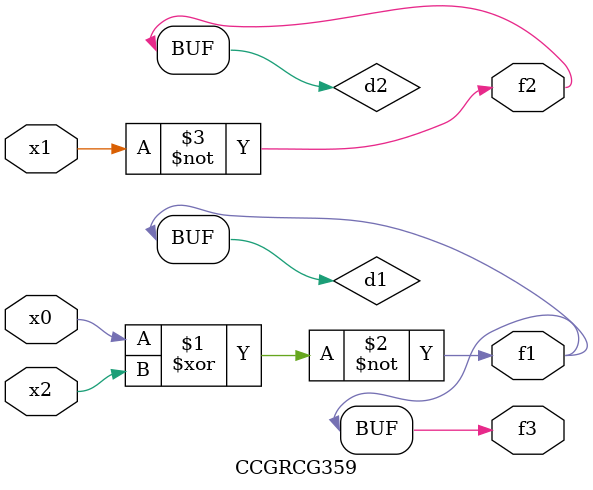
<source format=v>
module CCGRCG359(
	input x0, x1, x2,
	output f1, f2, f3
);

	wire d1, d2, d3;

	xnor (d1, x0, x2);
	nand (d2, x1);
	nor (d3, x1, x2);
	assign f1 = d1;
	assign f2 = d2;
	assign f3 = d1;
endmodule

</source>
